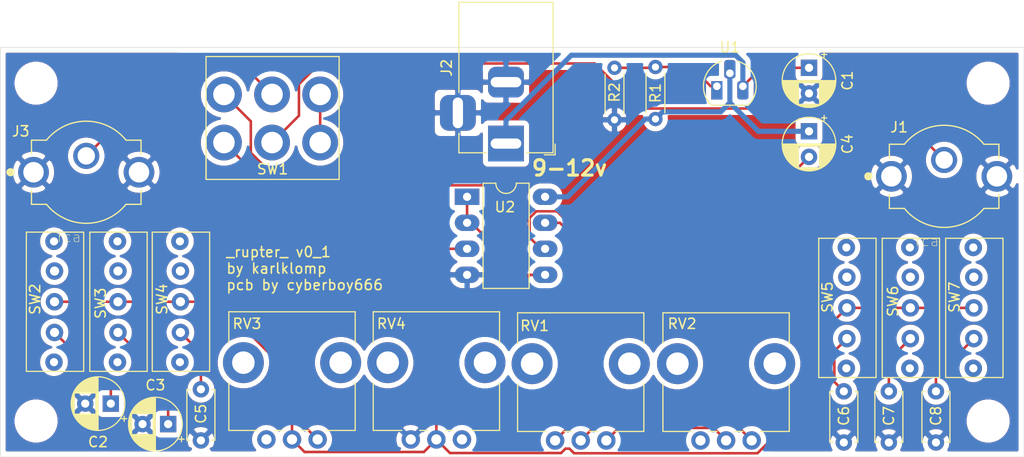
<source format=kicad_pcb>
(kicad_pcb (version 20171130) (host pcbnew "(5.1.4-0-10_14)")
  (layers (0 F.Cu signal) (31 B.Cu signal) (34 B.Paste user) (35 F.Paste user) (36 B.SilkS user) (37 F.SilkS user) (38 B.Mask user) (39 F.Mask user) (44 Edge.Cuts user))
  (net 0 "")
  (net 1 "Net-(C1-Pad1)")
  (net 2 "Net-(C4-Pad2)")
  (net 3 +VDC)
  (net 4 "Net-(C6-Pad2)")
  (net 5 "Net-(C7-Pad2)")
  (net 6 "Net-(C8-Pad2)")
  (net 7 "Net-(J1-Pad1)")
  (net 8 "Net-(J3-Pad1)")
  (net 9 "Net-(R1-Pad2)")
  (net 10 "Net-(RV1-Pad1)")
  (net 11 video_out)
  (net 12 "Net-(RV1-Pad3)")
  (net 13 "Net-(RV3-Pad3)")
  (net 14 video_in)
  (net 15 "Net-(SW1-Pad1)")
  (net 16 "Net-(SW2-Pad1)")
  (net 17 "Net-(SW3-Pad1)")
  (net 18 "Net-(SW4-Pad1)")
  (net 19 "Net-(SW5-Pad1)")
  (net 20 "Net-(SW6-Pad1)")
  (net 21 "Net-(SW7-Pad1)")
  (net 22 "Net-(C2-Pad1)")
  (net 23 "Net-(C3-Pad1)")
  (net 24 "Net-(C5-Pad1)")
  (net 25 GND)
  (net 26 cap)
  (net 27 "Net-(RV2-Pad3)")
  (net 28 "Net-(RV4-Pad1)")
  (module MountingHole:MountingHole_3.2mm_M3 (layer F.Cu) (at 196.5 86.5)
    (fp_text reference REF** hide)
    (fp_text value MountingHole_3.2mm_M3)
    (pad 1 np_thru_hole circle (at 0 0) (size 3.2 3.2) (drill 3.2) (layers *.Cu *.Mask))
  )
  (module MountingHole:MountingHole_3.2mm_M3 (layer F.Cu) (at 103.5 86.5)
    (fp_text reference REF** hide)
    (fp_text value MountingHole_3.2mm_M3)
    (pad 1 np_thru_hole circle (at 0 0) (size 3.2 3.2) (drill 3.2) (layers *.Cu *.Mask))
  )
  (module MountingHole:MountingHole_3.2mm_M3 (layer F.Cu) (at 196.5 53.5)
    (fp_text reference REF** hide)
    (fp_text value MountingHole_3.2mm_M3)
    (pad 1 np_thru_hole circle (at 0 0) (size 3.2 3.2) (drill 3.2) (layers *.Cu *.Mask))
  )
  (module MountingHole:MountingHole_3.2mm_M3 (layer F.Cu) (at 103.5 53.5)
    (fp_text reference REF** hide)
    (fp_text value MountingHole_3.2mm_M3)
    (pad 1 np_thru_hole circle (at 0 0) (size 3.2 3.2) (drill 3.2) (layers *.Cu *.Mask))
  )
  (module lib_fp:rca_vertical (layer F.Cu) (at 192.2 62.6)
    (fp_text reference J1 (at -4.4 -4.8) (layer F.SilkS) (effects (font (size 1.00143 1.00143))))
    (fp_text value rca (at -1.67672 6.32154) (layer F.SilkS) (effects (font (size 1.00104 1.00104) (thickness 0.05))))
    (pad 1 thru_hole circle (at 0 -1.6) (size 2.55 2.55) (drill 1.7) (layers *.Cu *.Mask) (net 7 "Net-(J1-Pad1)"))
    (pad 2 thru_hole circle (at 5.15 0) (size 3 3) (drill 2) (layers *.Cu *.Mask) (net 25 GND))
    (pad 2 thru_hole circle (at -5.15 0) (size 3 3) (drill 2) (layers *.Cu *.Mask) (net 25 GND))
  )
  (module lib_fp:rca_vertical (layer F.Cu) (at 108.4 62.2)
    (fp_text reference J3 (at -6.4 -4) (layer F.SilkS) (effects (font (size 1.00143 1.00143))))
    (fp_text value rca (at -1.67672 6.32154) (layer F.SilkS) (effects (font (size 1.00104 1.00104) (thickness 0.05))))
    (pad 1 thru_hole circle (at 0 -1.6) (size 2.55 2.55) (drill 1.7) (layers *.Cu *.Mask) (net 8 "Net-(J3-Pad1)"))
    (pad 2 thru_hole circle (at 5.15 0) (size 3 3) (drill 2) (layers *.Cu *.Mask) (net 25 GND))
    (pad 2 thru_hole circle (at -5.15 0) (size 3 3) (drill 2) (layers *.Cu *.Mask) (net 25 GND))
  )
  (module Resistor_THT:R_Axial_DIN0204_L3.6mm_D1.6mm_P5.08mm_Horizontal (layer F.Cu) (at 164 57 90)
    (fp_text reference R1 (at 2.54 0 90) (layer F.SilkS))
    (fp_text value 220)
    (pad 2 thru_hole oval (at 5.08 0 90) (size 1.4 1.4) (drill 0.7) (layers *.Cu *.Mask) (net 9 "Net-(R1-Pad2)"))
    (pad 1 thru_hole circle (at 0 0 90) (size 1.4 1.4) (drill 0.7) (layers *.Cu *.Mask) (net 3 +VDC))
  )
  (module Resistor_THT:R_Axial_DIN0204_L3.6mm_D1.6mm_P5.08mm_Horizontal (layer F.Cu) (at 160 52 270)
    (fp_text reference R2 (at 2.4 0 90) (layer F.SilkS))
    (fp_text value 1k)
    (pad 2 thru_hole oval (at 5.08 0 270) (size 1.4 1.4) (drill 0.7) (layers *.Cu *.Mask) (net 25 GND))
    (pad 1 thru_hole circle (at 0 0 270) (size 1.4 1.4) (drill 0.7) (layers *.Cu *.Mask) (net 9 "Net-(R1-Pad2)"))
  )
  (module lib_fp:pot_vertical_9mm (layer F.Cu) (at 159.2 88.4 90)
    (fp_text reference RV1 (at 11.2 -7 180) (layer F.SilkS))
    (fp_text value 1k_pot)
    (pad "" np_thru_hole circle (at 7.5 2.25 90) (size 4 4) (drill 2.2) (layers *.Cu *.Mask))
    (pad "" np_thru_hole circle (at 7.5 -7.25 90) (size 4 4) (drill 2.2) (layers *.Cu *.Mask))
    (pad 1 thru_hole circle (at 0 0 90) (size 1.8 1.8) (drill 1) (layers *.Cu *.Mask) (net 10 "Net-(RV1-Pad1)"))
    (pad 2 thru_hole circle (at 0 -2.5 90) (size 1.8 1.8) (drill 1) (layers *.Cu *.Mask) (net 11 video_out))
    (pad 3 thru_hole circle (at 0 -5 90) (size 1.8 1.8) (drill 1) (layers *.Cu *.Mask) (net 12 "Net-(RV1-Pad3)"))
  )
  (module lib_fp:pot_vertical_9mm (layer F.Cu) (at 173.4 88.4 90)
    (fp_text reference RV2 (at 11.4 -6.8 180) (layer F.SilkS))
    (fp_text value 1k_pot)
    (pad "" np_thru_hole circle (at 7.5 2.25 90) (size 4 4) (drill 2.2) (layers *.Cu *.Mask))
    (pad "" np_thru_hole circle (at 7.5 -7.25 90) (size 4 4) (drill 2.2) (layers *.Cu *.Mask))
    (pad 1 thru_hole circle (at 0 0 90) (size 1.8 1.8) (drill 1) (layers *.Cu *.Mask) (net 2 "Net-(C4-Pad2)"))
    (pad 2 thru_hole circle (at 0 -2.5 90) (size 1.8 1.8) (drill 1) (layers *.Cu *.Mask) (net 10 "Net-(RV1-Pad1)"))
    (pad 3 thru_hole circle (at 0 -5 90) (size 1.8 1.8) (drill 1) (layers *.Cu *.Mask) (net 27 "Net-(RV2-Pad3)"))
  )
  (module lib_fp:pot_vertical_9mm (layer F.Cu) (at 131 88.3 90)
    (fp_text reference RV3 (at 11.3 -6.9 180) (layer F.SilkS))
    (fp_text value 1k_pot)
    (pad "" np_thru_hole circle (at 7.5 2.25 90) (size 4 4) (drill 2.2) (layers *.Cu *.Mask))
    (pad "" np_thru_hole circle (at 7.5 -7.25 90) (size 4 4) (drill 2.2) (layers *.Cu *.Mask))
    (pad 1 thru_hole circle (at 0 0 90) (size 1.8 1.8) (drill 1) (layers *.Cu *.Mask) (net 14 video_in))
    (pad 2 thru_hole circle (at 0 -2.5 90) (size 1.8 1.8) (drill 1) (layers *.Cu *.Mask) (net 26 cap))
    (pad 3 thru_hole circle (at 0 -5 90) (size 1.8 1.8) (drill 1) (layers *.Cu *.Mask) (net 13 "Net-(RV3-Pad3)"))
  )
  (module lib_fp:pot_vertical_9mm (layer F.Cu) (at 145.1 88.3 90)
    (fp_text reference RV4 (at 11.3 -6.9 180) (layer F.SilkS))
    (fp_text value 1k_pot)
    (pad "" np_thru_hole circle (at 7.5 2.25 90) (size 4 4) (drill 2.2) (layers *.Cu *.Mask))
    (pad "" np_thru_hole circle (at 7.5 -7.25 90) (size 4 4) (drill 2.2) (layers *.Cu *.Mask))
    (pad 1 thru_hole circle (at 0 0 90) (size 1.8 1.8) (drill 1) (layers *.Cu *.Mask) (net 28 "Net-(RV4-Pad1)"))
    (pad 2 thru_hole circle (at 0 -2.5 90) (size 1.8 1.8) (drill 1) (layers *.Cu *.Mask) (net 26 cap))
    (pad 3 thru_hole circle (at 0 -5 90) (size 1.8 1.8) (drill 1) (layers *.Cu *.Mask) (net 25 GND))
  )
  (module lib_fp:spdt_slide_switch_small_tayda (layer F.Cu) (at 105.4 74.8 270)
    (fp_text reference SW2 (at -0.2 2 90) (layer F.SilkS))
    (fp_text value SW_SPDT)
    (pad "" thru_hole circle (at -5.85 0.15 270) (size 1.7 1.7) (drill 0.8) (layers *.Cu *.Mask))
    (pad "" thru_hole circle (at 5.95 0.15 270) (size 1.7 1.7) (drill 0.8) (layers *.Cu *.Mask))
    (pad 3 thru_hole circle (at 3.05 0.1 270) (size 1.7 1.7) (drill 0.9) (layers *.Cu *.Mask) (net 22 "Net-(C2-Pad1)"))
    (pad 2 thru_hole circle (at 0.05 0.1 270) (size 1.7 1.7) (drill 0.9) (layers *.Cu *.Mask) (net 26 cap))
    (pad 1 thru_hole circle (at -2.95 0.1 270) (size 1.7 1.7) (drill 0.9) (layers *.Cu *.Mask) (net 16 "Net-(SW2-Pad1)"))
  )
  (module lib_fp:spdt_slide_switch_small_tayda (layer F.Cu) (at 111.6 74.8 270)
    (fp_text reference SW3 (at 0.2 1.8 90) (layer F.SilkS))
    (fp_text value SW_SPDT)
    (pad "" thru_hole circle (at -5.85 0.15 270) (size 1.7 1.7) (drill 0.8) (layers *.Cu *.Mask))
    (pad "" thru_hole circle (at 5.95 0.15 270) (size 1.7 1.7) (drill 0.8) (layers *.Cu *.Mask))
    (pad 3 thru_hole circle (at 3.05 0.1 270) (size 1.7 1.7) (drill 0.9) (layers *.Cu *.Mask) (net 23 "Net-(C3-Pad1)"))
    (pad 2 thru_hole circle (at 0.05 0.1 270) (size 1.7 1.7) (drill 0.9) (layers *.Cu *.Mask) (net 26 cap))
    (pad 1 thru_hole circle (at -2.95 0.1 270) (size 1.7 1.7) (drill 0.9) (layers *.Cu *.Mask) (net 17 "Net-(SW3-Pad1)"))
  )
  (module lib_fp:spdt_slide_switch_small_tayda (layer F.Cu) (at 117.7 74.8 270)
    (fp_text reference SW4 (at -0.2 1.9 90) (layer F.SilkS))
    (fp_text value SW_SPDT)
    (pad "" thru_hole circle (at -5.85 0.15 270) (size 1.7 1.7) (drill 0.8) (layers *.Cu *.Mask))
    (pad "" thru_hole circle (at 5.95 0.15 270) (size 1.7 1.7) (drill 0.8) (layers *.Cu *.Mask))
    (pad 3 thru_hole circle (at 3.05 0.1 270) (size 1.7 1.7) (drill 0.9) (layers *.Cu *.Mask) (net 24 "Net-(C5-Pad1)"))
    (pad 2 thru_hole circle (at 0.05 0.1 270) (size 1.7 1.7) (drill 0.9) (layers *.Cu *.Mask) (net 26 cap))
    (pad 1 thru_hole circle (at -2.95 0.1 270) (size 1.7 1.7) (drill 0.9) (layers *.Cu *.Mask) (net 18 "Net-(SW4-Pad1)"))
  )
  (module lib_fp:spdt_slide_switch_small_tayda (layer F.Cu) (at 182.8 75.4 270)
    (fp_text reference SW5 (at -1 2 90) (layer F.SilkS))
    (fp_text value SW_SPDT)
    (pad "" thru_hole circle (at -5.85 0.15 270) (size 1.7 1.7) (drill 0.8) (layers *.Cu *.Mask))
    (pad "" thru_hole circle (at 5.95 0.15 270) (size 1.7 1.7) (drill 0.8) (layers *.Cu *.Mask))
    (pad 3 thru_hole circle (at 3.05 0.1 270) (size 1.7 1.7) (drill 0.9) (layers *.Cu *.Mask) (net 4 "Net-(C6-Pad2)"))
    (pad 2 thru_hole circle (at 0.05 0.1 270) (size 1.7 1.7) (drill 0.9) (layers *.Cu *.Mask) (net 26 cap))
    (pad 1 thru_hole circle (at -2.95 0.1 270) (size 1.7 1.7) (drill 0.9) (layers *.Cu *.Mask) (net 19 "Net-(SW5-Pad1)"))
  )
  (module lib_fp:spdt_slide_switch_small_tayda (layer F.Cu) (at 189 75.4 270)
    (fp_text reference SW6 (at -0.6 1.8 90) (layer F.SilkS))
    (fp_text value SW_SPDT)
    (pad "" thru_hole circle (at -5.85 0.15 270) (size 1.7 1.7) (drill 0.8) (layers *.Cu *.Mask))
    (pad "" thru_hole circle (at 5.95 0.15 270) (size 1.7 1.7) (drill 0.8) (layers *.Cu *.Mask))
    (pad 3 thru_hole circle (at 3.05 0.1 270) (size 1.7 1.7) (drill 0.9) (layers *.Cu *.Mask) (net 5 "Net-(C7-Pad2)"))
    (pad 2 thru_hole circle (at 0.05 0.1 270) (size 1.7 1.7) (drill 0.9) (layers *.Cu *.Mask) (net 26 cap))
    (pad 1 thru_hole circle (at -2.95 0.1 270) (size 1.7 1.7) (drill 0.9) (layers *.Cu *.Mask) (net 20 "Net-(SW6-Pad1)"))
  )
  (module lib_fp:spdt_slide_switch_small_tayda (layer F.Cu) (at 195.2 75.4 270)
    (fp_text reference SW7 (at -1 2 90) (layer F.SilkS))
    (fp_text value SW_SPDT)
    (pad "" thru_hole circle (at -5.85 0.15 270) (size 1.7 1.7) (drill 0.8) (layers *.Cu *.Mask))
    (pad "" thru_hole circle (at 5.95 0.15 270) (size 1.7 1.7) (drill 0.8) (layers *.Cu *.Mask))
    (pad 3 thru_hole circle (at 3.05 0.1 270) (size 1.7 1.7) (drill 0.9) (layers *.Cu *.Mask) (net 6 "Net-(C8-Pad2)"))
    (pad 2 thru_hole circle (at 0.05 0.1 270) (size 1.7 1.7) (drill 0.9) (layers *.Cu *.Mask) (net 26 cap))
    (pad 1 thru_hole circle (at -2.95 0.1 270) (size 1.7 1.7) (drill 0.9) (layers *.Cu *.Mask) (net 21 "Net-(SW7-Pad1)"))
  )
  (module Capacitor_THT:CP_Radial_D5.0mm_P2.50mm (layer F.Cu) (at 179 52 270)
    (fp_text reference C1 (at 1.25 -3.75 90) (layer F.SilkS))
    (fp_text value 0.47u)
    (pad 2 thru_hole circle (at 2.5 0 270) (size 1.6 1.6) (drill 0.8) (layers *.Cu *.Mask) (net 25 GND))
    (pad 1 thru_hole rect (at 0 0 270) (size 1.6 1.6) (drill 0.8) (layers *.Cu *.Mask) (net 1 "Net-(C1-Pad1)"))
  )
  (module Capacitor_THT:CP_Radial_D5.0mm_P2.50mm (layer F.Cu) (at 110.8 84.8 180)
    (fp_text reference C2 (at 1.25 -3.75) (layer F.SilkS))
    (fp_text value 330uf)
    (pad 2 thru_hole circle (at 2.5 0 180) (size 1.6 1.6) (drill 0.8) (layers *.Cu *.Mask) (net 25 GND))
    (pad 1 thru_hole rect (at 0 0 180) (size 1.6 1.6) (drill 0.8) (layers *.Cu *.Mask) (net 22 "Net-(C2-Pad1)"))
  )
  (module Capacitor_THT:CP_Radial_D5.0mm_P2.50mm (layer F.Cu) (at 116.4 86.8 180)
    (fp_text reference C3 (at 1.25 3.8) (layer F.SilkS))
    (fp_text value 100uf)
    (pad 2 thru_hole circle (at 2.5 0 180) (size 1.6 1.6) (drill 0.8) (layers *.Cu *.Mask) (net 25 GND))
    (pad 1 thru_hole rect (at 0 0 180) (size 1.6 1.6) (drill 0.8) (layers *.Cu *.Mask) (net 23 "Net-(C3-Pad1)"))
  )
  (module Capacitor_THT:CP_Radial_D5.0mm_P2.50mm (layer F.Cu) (at 179 58.2 270)
    (fp_text reference C4 (at 1.25 -3.75 90) (layer F.SilkS))
    (fp_text value 2.2uf)
    (pad 2 thru_hole circle (at 2.5 0 270) (size 1.6 1.6) (drill 0.8) (layers *.Cu *.Mask) (net 2 "Net-(C4-Pad2)"))
    (pad 1 thru_hole rect (at 0 0 270) (size 1.6 1.6) (drill 0.8) (layers *.Cu *.Mask) (net 3 +VDC))
  )
  (module Capacitor_THT:C_Disc_D4.7mm_W2.5mm_P5.00mm (layer F.Cu) (at 182.4 88.6 90)
    (fp_text reference C6 (at 2.6 0 90) (layer F.SilkS))
    (fp_text value 0.68uf)
    (pad 2 thru_hole circle (at 5 0 90) (size 1.6 1.6) (drill 0.8) (layers *.Cu *.Mask) (net 4 "Net-(C6-Pad2)"))
    (pad 1 thru_hole circle (at 0 0 90) (size 1.6 1.6) (drill 0.8) (layers *.Cu *.Mask) (net 25 GND))
  )
  (module Capacitor_THT:C_Disc_D4.7mm_W2.5mm_P5.00mm (layer F.Cu) (at 186.8 88.6 90)
    (fp_text reference C7 (at 2.6 0 90) (layer F.SilkS))
    (fp_text value 0.1uf)
    (pad 2 thru_hole circle (at 5 0 90) (size 1.6 1.6) (drill 0.8) (layers *.Cu *.Mask) (net 5 "Net-(C7-Pad2)"))
    (pad 1 thru_hole circle (at 0 0 90) (size 1.6 1.6) (drill 0.8) (layers *.Cu *.Mask) (net 25 GND))
  )
  (module Capacitor_THT:C_Disc_D4.7mm_W2.5mm_P5.00mm (layer F.Cu) (at 191.4 88.6 90)
    (fp_text reference C8 (at 2.6 0 90) (layer F.SilkS))
    (fp_text value 0.047uf)
    (pad 2 thru_hole circle (at 5 0 90) (size 1.6 1.6) (drill 0.8) (layers *.Cu *.Mask) (net 6 "Net-(C8-Pad2)"))
    (pad 1 thru_hole circle (at 0 0 90) (size 1.6 1.6) (drill 0.8) (layers *.Cu *.Mask) (net 25 GND))
  )
  (module lib_fp:BarrelJack_Horizontal (layer F.Cu) (at 149.4 59.4 270)
    (fp_text reference J2 (at -7.4 5.8 90) (layer F.SilkS))
    (fp_text value Barrel_Jack_Switch)
    (pad 3 thru_hole roundrect (at -3 4.7 270) (size 3.5 3.5) (drill oval 3 1) (layers *.Cu *.Mask) (net 25 GND))
    (pad 2 thru_hole roundrect (at -6 0 270) (size 3 3.5) (drill oval 1 3) (layers *.Cu *.Mask) (net 25 GND))
    (pad 1 thru_hole rect (at 0 0 270) (size 3.5 3.5) (drill oval 1 3) (layers *.Cu *.Mask) (net 1 "Net-(C1-Pad1)"))
  )
  (module lib_fp:dpdt_mini_toggle_switch_tayda (layer F.Cu) (at 126.6 66.4 180)
    (fp_text reference SW1 (at 0 4.5) (layer F.SilkS))
    (fp_text value SW_DPDT_x2)
    (pad 5 thru_hole circle (at 0.05 11.8 180) (size 3.5 3.5) (drill 2.1) (layers *.Cu *.Mask) (net 8 "Net-(J3-Pad1)"))
    (pad 6 thru_hole circle (at 4.75 11.8 180) (size 3.5 3.5) (drill 2.1) (layers *.Cu *.Mask) (net 11 video_out))
    (pad 4 thru_hole circle (at -4.65 11.8 180) (size 3.5 3.5) (drill 2.1) (layers *.Cu *.Mask) (net 15 "Net-(SW1-Pad1)"))
    (pad 3 thru_hole circle (at 4.75 7.1 180) (size 3.5 3.5) (drill 2.1) (layers *.Cu *.Mask) (net 14 video_in))
    (pad 2 thru_hole circle (at 0.05 7.1 180) (size 3.5 3.5) (drill 2.1) (layers *.Cu *.Mask) (net 7 "Net-(J1-Pad1)"))
    (pad 1 thru_hole circle (at -4.65 7.1 180) (size 3.5 3.5) (drill 2.1) (layers *.Cu *.Mask) (net 15 "Net-(SW1-Pad1)"))
  )
  (module Package_DIP:DIP-8_W7.62mm_LongPads (layer F.Cu) (at 145.6 64.6)
    (fp_text reference U2 (at 3.7 1) (layer F.SilkS))
    (fp_text value AD8072)
    (pad 8 thru_hole oval (at 7.62 0) (size 2.4 1.6) (drill 0.8) (layers *.Cu *.Mask) (net 3 +VDC))
    (pad 4 thru_hole oval (at 0 7.62) (size 2.4 1.6) (drill 0.8) (layers *.Cu *.Mask) (net 25 GND))
    (pad 7 thru_hole oval (at 7.62 2.54) (size 2.4 1.6) (drill 0.8) (layers *.Cu *.Mask) (net 12 "Net-(RV1-Pad3)"))
    (pad 3 thru_hole oval (at 0 5.08) (size 2.4 1.6) (drill 0.8) (layers *.Cu *.Mask) (net 14 video_in))
    (pad 6 thru_hole oval (at 7.62 5.08) (size 2.4 1.6) (drill 0.8) (layers *.Cu *.Mask) (net 11 video_out))
    (pad 2 thru_hole oval (at 0 2.54) (size 2.4 1.6) (drill 0.8) (layers *.Cu *.Mask) (net 26 cap))
    (pad 5 thru_hole oval (at 7.62 7.62) (size 2.4 1.6) (drill 0.8) (layers *.Cu *.Mask) (net 26 cap))
    (pad 1 thru_hole rect (at 0 0) (size 2.4 1.6) (drill 0.8) (layers *.Cu *.Mask) (net 26 cap))
  )
  (module Capacitor_THT:C_Disc_D4.7mm_W2.5mm_P5.00mm (layer F.Cu) (at 119.6 83.4 270)
    (fp_text reference C5 (at 2.4 0 90) (layer F.SilkS))
    (fp_text value 1uf)
    (pad 1 thru_hole circle (at 0 0 270) (size 1.6 1.6) (drill 0.8) (layers *.Cu *.Mask) (net 24 "Net-(C5-Pad1)"))
    (pad 2 thru_hole circle (at 5 0 270) (size 1.6 1.6) (drill 0.8) (layers *.Cu *.Mask) (net 25 GND))
  )
  (module Package_TO_SOT_THT:TO-92L_HandSolder (layer F.Cu) (at 170 53.8)
    (fp_text reference U1 (at 1.27 -3.8) (layer F.SilkS))
    (fp_text value LM317_3PinPackage)
    (pad 2 thru_hole roundrect (at 1.27 -1.27) (size 1.1 1.8) (drill 0.75 (offset 0 -0.4)) (layers *.Cu *.Mask) (net 3 +VDC))
    (pad 3 thru_hole roundrect (at 2.54 0) (size 1.1 1.8) (drill 0.75 (offset 0 0.4)) (layers *.Cu *.Mask) (net 1 "Net-(C1-Pad1)"))
    (pad 1 thru_hole rect (at 0 0) (size 1.1 1.8) (drill 0.75 (offset 0 0.4)) (layers *.Cu *.Mask) (net 9 "Net-(R1-Pad2)"))
  )
  (gr_text 9-12v (at 155.6 61.8) (layer F.SilkS) (effects (font (size 1.5 1.5) (thickness 0.3))))
  (gr_text "_rupter_ v0_1 \nby karlklomp\npcb by cyberboy666" (at 122 71.6) (layer F.SilkS) (effects (font (size 1 1)) (justify left)))
  (gr_line (start 100 90) (end 100 50) (layer Edge.Cuts) (width 0.05))
  (gr_line (start 200 90) (end 100 90) (layer Edge.Cuts) (width 0.05))
  (gr_line (start 200 50) (end 200 90) (layer Edge.Cuts) (width 0.05))
  (gr_line (start 100 50) (end 200 50) (layer Edge.Cuts) (width 0.05))
  (segment (start 149.4 57.15) (end 149.4 59.4) (width 0.5) (layer B.Cu) (net 1))
  (segment (start 155.780001 50.769999) (end 149.4 57.15) (width 0.5) (layer B.Cu) (net 1))
  (segment (start 171.835319 50.769999) (end 155.780001 50.769999) (width 0.5) (layer B.Cu) (net 1))
  (segment (start 172.54 51.47468) (end 171.835319 50.769999) (width 0.5) (layer B.Cu) (net 1))
  (segment (start 172.54 53.8) (end 172.54 51.47468) (width 0.5) (layer B.Cu) (net 1))
  (segment (start 174.34 52) (end 179 52) (width 0.25) (layer F.Cu) (net 1))
  (segment (start 172.54 53.8) (end 174.34 52) (width 0.25) (layer F.Cu) (net 1))
  (segment (start 178.200001 61.499999) (end 179 60.7) (width 0.25) (layer F.Cu) (net 2))
  (segment (start 172.4 67.3) (end 178.200001 61.499999) (width 0.25) (layer F.Cu) (net 2))
  (segment (start 172.4 87.4) (end 172.4 67.3) (width 0.25) (layer F.Cu) (net 2))
  (segment (start 173.4 88.4) (end 172.4 87.4) (width 0.25) (layer F.Cu) (net 2))
  (segment (start 164.699999 56.300001) (end 170.379999 56.300001) (width 0.5) (layer B.Cu) (net 3))
  (segment (start 164 57) (end 164.699999 56.300001) (width 0.5) (layer B.Cu) (net 3))
  (segment (start 178.88 58.2) (end 179 58.2) (width 0.5) (layer B.Cu) (net 3))
  (segment (start 154.92 64.6) (end 153.22 64.6) (width 0.5) (layer B.Cu) (net 3))
  (segment (start 155.410051 64.6) (end 154.92 64.6) (width 0.5) (layer B.Cu) (net 3))
  (segment (start 163.010051 57) (end 155.410051 64.6) (width 0.5) (layer B.Cu) (net 3))
  (segment (start 164 57) (end 163.010051 57) (width 0.5) (layer B.Cu) (net 3))
  (segment (start 171.27 55.41) (end 171.27 52.53) (width 0.5) (layer B.Cu) (net 3))
  (segment (start 170.379999 56.300001) (end 171.27 55.41) (width 0.5) (layer B.Cu) (net 3))
  (segment (start 174.06 58.2) (end 171.27 55.41) (width 0.5) (layer B.Cu) (net 3))
  (segment (start 179 58.2) (end 174.06 58.2) (width 0.5) (layer B.Cu) (net 3))
  (segment (start 181.850001 79.299999) (end 182.7 78.45) (width 0.25) (layer F.Cu) (net 4))
  (segment (start 181.474999 79.675001) (end 181.850001 79.299999) (width 0.25) (layer F.Cu) (net 4))
  (segment (start 181.474999 82.674999) (end 181.474999 79.675001) (width 0.25) (layer F.Cu) (net 4))
  (segment (start 182.4 83.6) (end 181.474999 82.674999) (width 0.25) (layer F.Cu) (net 4))
  (segment (start 186.8 80.55) (end 188.9 78.45) (width 0.25) (layer F.Cu) (net 5))
  (segment (start 186.8 83.6) (end 186.8 80.55) (width 0.25) (layer F.Cu) (net 5))
  (segment (start 191.4 82.15) (end 195.1 78.45) (width 0.25) (layer F.Cu) (net 6))
  (segment (start 191.4 83.6) (end 191.4 82.15) (width 0.25) (layer F.Cu) (net 6))
  (segment (start 187.174999 55.974999) (end 190.925001 59.725001) (width 0.25) (layer F.Cu) (net 7))
  (segment (start 162.457997 55.974999) (end 187.174999 55.974999) (width 0.25) (layer F.Cu) (net 7))
  (segment (start 131.204008 51.57499) (end 158.057988 51.57499) (width 0.25) (layer F.Cu) (net 7))
  (segment (start 190.925001 59.725001) (end 192.2 61) (width 0.25) (layer F.Cu) (net 7))
  (segment (start 129.174999 53.603999) (end 131.204008 51.57499) (width 0.25) (layer F.Cu) (net 7))
  (segment (start 129.174999 56.675001) (end 129.174999 53.603999) (width 0.25) (layer F.Cu) (net 7))
  (segment (start 158.057988 51.57499) (end 162.457997 55.974999) (width 0.25) (layer F.Cu) (net 7))
  (segment (start 126.55 59.3) (end 129.174999 56.675001) (width 0.25) (layer F.Cu) (net 7))
  (segment (start 124.800001 52.850001) (end 126.55 54.6) (width 0.25) (layer F.Cu) (net 8))
  (segment (start 123.35 51.4) (end 124.800001 52.850001) (width 0.25) (layer F.Cu) (net 8))
  (segment (start 117.6 51.4) (end 123.35 51.4) (width 0.25) (layer F.Cu) (net 8))
  (segment (start 108.4 60.6) (end 117.6 51.4) (width 0.25) (layer F.Cu) (net 8))
  (segment (start 163.92 52) (end 164 51.92) (width 0.25) (layer F.Cu) (net 9))
  (segment (start 160 52) (end 163.92 52) (width 0.25) (layer F.Cu) (net 9))
  (segment (start 164 51.92) (end 167.52 51.92) (width 0.25) (layer F.Cu) (net 9))
  (segment (start 169.4 53.8) (end 167.52 51.92) (width 0.25) (layer F.Cu) (net 9))
  (segment (start 170 53.8) (end 169.4 53.8) (width 0.25) (layer F.Cu) (net 9))
  (segment (start 160.099999 87.500001) (end 159.2 88.4) (width 0.25) (layer F.Cu) (net 10))
  (segment (start 160.425001 87.174999) (end 160.099999 87.500001) (width 0.25) (layer F.Cu) (net 10))
  (segment (start 169.674999 87.174999) (end 160.425001 87.174999) (width 0.25) (layer F.Cu) (net 10))
  (segment (start 170.9 88.4) (end 169.674999 87.174999) (width 0.25) (layer F.Cu) (net 10))
  (segment (start 152.354006 66.01499) (end 151.69499 66.674006) (width 0.25) (layer F.Cu) (net 11))
  (segment (start 154.375974 66.01499) (end 152.354006 66.01499) (width 0.25) (layer F.Cu) (net 11))
  (segment (start 158.250009 69.889025) (end 154.375974 66.01499) (width 0.25) (layer F.Cu) (net 11))
  (segment (start 158.250009 86.849991) (end 158.250009 69.889025) (width 0.25) (layer F.Cu) (net 11))
  (segment (start 151.69499 66.674006) (end 151.69499 68.55499) (width 0.25) (layer F.Cu) (net 11))
  (segment (start 156.7 88.4) (end 158.250009 86.849991) (width 0.25) (layer F.Cu) (net 11))
  (segment (start 152.82 69.68) (end 153.22 69.68) (width 0.25) (layer F.Cu) (net 11))
  (segment (start 148.074999 63.474999) (end 151.69499 67.09499) (width 0.25) (layer F.Cu) (net 11))
  (segment (start 127.653997 63.474999) (end 148.074999 63.474999) (width 0.25) (layer F.Cu) (net 11))
  (segment (start 124.474999 60.296001) (end 127.653997 63.474999) (width 0.25) (layer F.Cu) (net 11))
  (segment (start 151.69499 68.55499) (end 152.82 69.68) (width 0.25) (layer F.Cu) (net 11))
  (segment (start 124.474999 57.224999) (end 124.474999 60.296001) (width 0.25) (layer F.Cu) (net 11))
  (segment (start 151.69499 67.09499) (end 151.69499 68.55499) (width 0.25) (layer F.Cu) (net 11))
  (segment (start 121.85 54.6) (end 124.474999 57.224999) (width 0.25) (layer F.Cu) (net 11))
  (segment (start 153.22 67.14) (end 154.67 67.14) (width 0.25) (layer F.Cu) (net 12))
  (segment (start 155.099999 87.500001) (end 154.2 88.4) (width 0.25) (layer F.Cu) (net 12))
  (segment (start 156 86.6) (end 155.099999 87.500001) (width 0.25) (layer F.Cu) (net 12))
  (segment (start 156 68.47) (end 156 86.6) (width 0.25) (layer F.Cu) (net 12))
  (segment (start 154.67 67.14) (end 156 68.47) (width 0.25) (layer F.Cu) (net 12))
  (segment (start 123.599999 61.049999) (end 121.85 59.3) (width 0.25) (layer F.Cu) (net 14))
  (segment (start 128.95001 66.40001) (end 123.599999 61.049999) (width 0.25) (layer F.Cu) (net 14))
  (segment (start 128.95001 86.25001) (end 128.95001 66.40001) (width 0.25) (layer F.Cu) (net 14))
  (segment (start 131 88.3) (end 128.95001 86.25001) (width 0.25) (layer F.Cu) (net 14))
  (segment (start 132.23 69.68) (end 145.6 69.68) (width 0.25) (layer F.Cu) (net 14))
  (segment (start 128.95001 66.40001) (end 132.23 69.68) (width 0.25) (layer F.Cu) (net 14))
  (segment (start 131.25 56.825127) (end 131.25 54.6) (width 0.25) (layer F.Cu) (net 15))
  (segment (start 131.25 59.3) (end 131.25 56.825127) (width 0.25) (layer F.Cu) (net 15))
  (segment (start 110.8 83.35) (end 105.3 77.85) (width 0.25) (layer F.Cu) (net 22))
  (segment (start 110.8 84.8) (end 110.8 83.35) (width 0.25) (layer F.Cu) (net 22))
  (segment (start 116.4 82.75) (end 111.5 77.85) (width 0.25) (layer F.Cu) (net 23))
  (segment (start 116.4 86.8) (end 116.4 82.75) (width 0.25) (layer F.Cu) (net 23))
  (segment (start 119.6 79.85) (end 117.6 77.85) (width 0.25) (layer F.Cu) (net 24))
  (segment (start 119.6 83.4) (end 119.6 79.85) (width 0.25) (layer F.Cu) (net 24))
  (segment (start 105.3 74.85) (end 111.5 74.85) (width 0.25) (layer F.Cu) (net 26))
  (segment (start 111.5 74.85) (end 117.6 74.85) (width 0.25) (layer F.Cu) (net 26))
  (segment (start 128.5 87.027208) (end 128.5 88.3) (width 0.25) (layer F.Cu) (net 26))
  (segment (start 128.5 82.108998) (end 128.5 87.027208) (width 0.25) (layer F.Cu) (net 26))
  (segment (start 121.241002 74.85) (end 128.5 82.108998) (width 0.25) (layer F.Cu) (net 26))
  (segment (start 117.6 74.85) (end 121.241002 74.85) (width 0.25) (layer F.Cu) (net 26))
  (segment (start 141.700001 89.199999) (end 142.6 88.3) (width 0.25) (layer F.Cu) (net 26))
  (segment (start 129.725001 89.525001) (end 141.374999 89.525001) (width 0.25) (layer F.Cu) (net 26))
  (segment (start 141.374999 89.525001) (end 141.700001 89.199999) (width 0.25) (layer F.Cu) (net 26))
  (segment (start 128.5 88.3) (end 129.725001 89.525001) (width 0.25) (layer F.Cu) (net 26))
  (segment (start 181.850001 76.299999) (end 182.7 75.45) (width 0.25) (layer F.Cu) (net 26))
  (segment (start 173.963012 89.64999) (end 181.024989 82.588013) (width 0.25) (layer F.Cu) (net 26))
  (segment (start 156.04999 89.64999) (end 173.963012 89.64999) (width 0.25) (layer F.Cu) (net 26))
  (segment (start 155.6 89.2) (end 156.04999 89.64999) (width 0.25) (layer F.Cu) (net 26))
  (segment (start 155.213002 89.2) (end 155.6 89.2) (width 0.25) (layer F.Cu) (net 26))
  (segment (start 181.024989 77.125011) (end 181.850001 76.299999) (width 0.25) (layer F.Cu) (net 26))
  (segment (start 154.788001 89.625001) (end 155.213002 89.2) (width 0.25) (layer F.Cu) (net 26))
  (segment (start 143.925001 89.625001) (end 154.788001 89.625001) (width 0.25) (layer F.Cu) (net 26))
  (segment (start 181.024989 82.588013) (end 181.024989 77.125011) (width 0.25) (layer F.Cu) (net 26))
  (segment (start 142.6 88.3) (end 143.925001 89.625001) (width 0.25) (layer F.Cu) (net 26))
  (segment (start 182.7 75.45) (end 188.9 75.45) (width 0.25) (layer F.Cu) (net 26))
  (segment (start 188.9 75.45) (end 195.1 75.45) (width 0.25) (layer F.Cu) (net 26))
  (segment (start 145.6 64.6) (end 145.6 67.14) (width 0.25) (layer F.Cu) (net 26))
  (segment (start 151.08 72.22) (end 153.22 72.22) (width 0.25) (layer F.Cu) (net 26))
  (segment (start 146 67.14) (end 151.08 72.22) (width 0.25) (layer F.Cu) (net 26))
  (segment (start 145.6 67.14) (end 146 67.14) (width 0.25) (layer F.Cu) (net 26))
  (segment (start 142.6 87.027208) (end 142.6 88.3) (width 0.25) (layer F.Cu) (net 26))
  (segment (start 142.6 81.39) (end 142.6 87.027208) (width 0.25) (layer F.Cu) (net 26))
  (segment (start 151.77 72.22) (end 142.6 81.39) (width 0.25) (layer F.Cu) (net 26))
  (segment (start 153.22 72.22) (end 151.77 72.22) (width 0.25) (layer F.Cu) (net 26))
  (zone (net 25) (net_name GND) (layer F.Cu) (connect_pads (clearance 0.508)) (min_thickness 0.254) (fill yes (arc_segments 32) (thermal_gap 0.508) (thermal_bridge_width 0.508))
    (polygon (pts (xy 100 50) (xy 200 50) (xy 200 90) (xy 100 90)))
  )
  (zone (net 25) (net_name GND) (layer B.Cu) (connect_pads (clearance 0.508)) (min_thickness 0.254) (fill yes (arc_segments 32) (thermal_gap 0.508) (thermal_bridge_width 0.508))
    (polygon (pts (xy 100 50) (xy 200 50) (xy 200 90) (xy 100 90)))
  )
)
</source>
